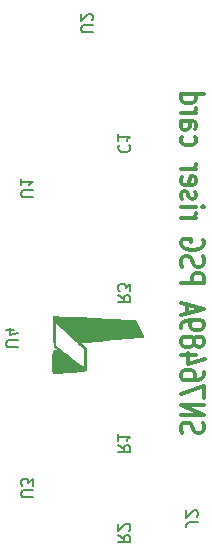
<source format=gbo>
G04 #@! TF.GenerationSoftware,KiCad,Pcbnew,(5.1.2-1)-1*
G04 #@! TF.CreationDate,2023-07-30T19:23:29+02:00*
G04 #@! TF.ProjectId,psg-riser,7073672d-7269-4736-9572-2e6b69636164,rev?*
G04 #@! TF.SameCoordinates,Original*
G04 #@! TF.FileFunction,Legend,Bot*
G04 #@! TF.FilePolarity,Positive*
%FSLAX46Y46*%
G04 Gerber Fmt 4.6, Leading zero omitted, Abs format (unit mm)*
G04 Created by KiCad (PCBNEW (5.1.2-1)-1) date 2023-07-30 19:23:29*
%MOMM*%
%LPD*%
G04 APERTURE LIST*
%ADD10C,0.300000*%
%ADD11C,0.010000*%
%ADD12C,0.150000*%
%ADD13C,0.100000*%
%ADD14O,1.702000X1.702000*%
%ADD15R,1.702000X1.702000*%
%ADD16C,1.702000*%
%ADD17O,1.802000X1.802000*%
%ADD18R,1.802000X1.802000*%
%ADD19C,1.626000*%
%ADD20C,1.302000*%
%ADD21R,1.302000X1.302000*%
G04 APERTURE END LIST*
D10*
X67770476Y-61347142D02*
X67675238Y-61132857D01*
X67675238Y-60775714D01*
X67770476Y-60632857D01*
X67865714Y-60561428D01*
X68056190Y-60490000D01*
X68246666Y-60490000D01*
X68437142Y-60561428D01*
X68532380Y-60632857D01*
X68627619Y-60775714D01*
X68722857Y-61061428D01*
X68818095Y-61204285D01*
X68913333Y-61275714D01*
X69103809Y-61347142D01*
X69294285Y-61347142D01*
X69484761Y-61275714D01*
X69580000Y-61204285D01*
X69675238Y-61061428D01*
X69675238Y-60704285D01*
X69580000Y-60490000D01*
X67675238Y-59847142D02*
X69675238Y-59847142D01*
X67675238Y-58990000D01*
X69675238Y-58990000D01*
X69675238Y-58418571D02*
X69675238Y-57418571D01*
X67675238Y-58061428D01*
X69675238Y-56204285D02*
X69675238Y-56490000D01*
X69580000Y-56632857D01*
X69484761Y-56704285D01*
X69199047Y-56847142D01*
X68818095Y-56918571D01*
X68056190Y-56918571D01*
X67865714Y-56847142D01*
X67770476Y-56775714D01*
X67675238Y-56632857D01*
X67675238Y-56347142D01*
X67770476Y-56204285D01*
X67865714Y-56132857D01*
X68056190Y-56061428D01*
X68532380Y-56061428D01*
X68722857Y-56132857D01*
X68818095Y-56204285D01*
X68913333Y-56347142D01*
X68913333Y-56632857D01*
X68818095Y-56775714D01*
X68722857Y-56847142D01*
X68532380Y-56918571D01*
X69008571Y-54775714D02*
X67675238Y-54775714D01*
X69770476Y-55132857D02*
X68341904Y-55490000D01*
X68341904Y-54561428D01*
X68818095Y-53775714D02*
X68913333Y-53918571D01*
X69008571Y-53990000D01*
X69199047Y-54061428D01*
X69294285Y-54061428D01*
X69484761Y-53990000D01*
X69580000Y-53918571D01*
X69675238Y-53775714D01*
X69675238Y-53490000D01*
X69580000Y-53347142D01*
X69484761Y-53275714D01*
X69294285Y-53204285D01*
X69199047Y-53204285D01*
X69008571Y-53275714D01*
X68913333Y-53347142D01*
X68818095Y-53490000D01*
X68818095Y-53775714D01*
X68722857Y-53918571D01*
X68627619Y-53990000D01*
X68437142Y-54061428D01*
X68056190Y-54061428D01*
X67865714Y-53990000D01*
X67770476Y-53918571D01*
X67675238Y-53775714D01*
X67675238Y-53490000D01*
X67770476Y-53347142D01*
X67865714Y-53275714D01*
X68056190Y-53204285D01*
X68437142Y-53204285D01*
X68627619Y-53275714D01*
X68722857Y-53347142D01*
X68818095Y-53490000D01*
X67675238Y-52490000D02*
X67675238Y-52204285D01*
X67770476Y-52061428D01*
X67865714Y-51990000D01*
X68151428Y-51847142D01*
X68532380Y-51775714D01*
X69294285Y-51775714D01*
X69484761Y-51847142D01*
X69580000Y-51918571D01*
X69675238Y-52061428D01*
X69675238Y-52347142D01*
X69580000Y-52490000D01*
X69484761Y-52561428D01*
X69294285Y-52632857D01*
X68818095Y-52632857D01*
X68627619Y-52561428D01*
X68532380Y-52490000D01*
X68437142Y-52347142D01*
X68437142Y-52061428D01*
X68532380Y-51918571D01*
X68627619Y-51847142D01*
X68818095Y-51775714D01*
X68246666Y-51204285D02*
X68246666Y-50490000D01*
X67675238Y-51347142D02*
X69675238Y-50847142D01*
X67675238Y-50347142D01*
X67675238Y-48704285D02*
X69675238Y-48704285D01*
X69675238Y-48132857D01*
X69580000Y-47990000D01*
X69484761Y-47918571D01*
X69294285Y-47847142D01*
X69008571Y-47847142D01*
X68818095Y-47918571D01*
X68722857Y-47990000D01*
X68627619Y-48132857D01*
X68627619Y-48704285D01*
X67770476Y-47275714D02*
X67675238Y-47061428D01*
X67675238Y-46704285D01*
X67770476Y-46561428D01*
X67865714Y-46490000D01*
X68056190Y-46418571D01*
X68246666Y-46418571D01*
X68437142Y-46490000D01*
X68532380Y-46561428D01*
X68627619Y-46704285D01*
X68722857Y-46990000D01*
X68818095Y-47132857D01*
X68913333Y-47204285D01*
X69103809Y-47275714D01*
X69294285Y-47275714D01*
X69484761Y-47204285D01*
X69580000Y-47132857D01*
X69675238Y-46990000D01*
X69675238Y-46632857D01*
X69580000Y-46418571D01*
X69580000Y-44990000D02*
X69675238Y-45132857D01*
X69675238Y-45347142D01*
X69580000Y-45561428D01*
X69389523Y-45704285D01*
X69199047Y-45775714D01*
X68818095Y-45847142D01*
X68532380Y-45847142D01*
X68151428Y-45775714D01*
X67960952Y-45704285D01*
X67770476Y-45561428D01*
X67675238Y-45347142D01*
X67675238Y-45204285D01*
X67770476Y-44990000D01*
X67865714Y-44918571D01*
X68532380Y-44918571D01*
X68532380Y-45204285D01*
X67675238Y-43132857D02*
X69008571Y-43132857D01*
X68627619Y-43132857D02*
X68818095Y-43061428D01*
X68913333Y-42990000D01*
X69008571Y-42847142D01*
X69008571Y-42704285D01*
X67675238Y-42204285D02*
X69008571Y-42204285D01*
X69675238Y-42204285D02*
X69580000Y-42275714D01*
X69484761Y-42204285D01*
X69580000Y-42132857D01*
X69675238Y-42204285D01*
X69484761Y-42204285D01*
X67770476Y-41561428D02*
X67675238Y-41418571D01*
X67675238Y-41132857D01*
X67770476Y-40990000D01*
X67960952Y-40918571D01*
X68056190Y-40918571D01*
X68246666Y-40990000D01*
X68341904Y-41132857D01*
X68341904Y-41347142D01*
X68437142Y-41490000D01*
X68627619Y-41561428D01*
X68722857Y-41561428D01*
X68913333Y-41490000D01*
X69008571Y-41347142D01*
X69008571Y-41132857D01*
X68913333Y-40990000D01*
X67770476Y-39704285D02*
X67675238Y-39847142D01*
X67675238Y-40132857D01*
X67770476Y-40275714D01*
X67960952Y-40347142D01*
X68722857Y-40347142D01*
X68913333Y-40275714D01*
X69008571Y-40132857D01*
X69008571Y-39847142D01*
X68913333Y-39704285D01*
X68722857Y-39632857D01*
X68532380Y-39632857D01*
X68341904Y-40347142D01*
X67675238Y-38990000D02*
X69008571Y-38990000D01*
X68627619Y-38990000D02*
X68818095Y-38918571D01*
X68913333Y-38847142D01*
X69008571Y-38704285D01*
X69008571Y-38561428D01*
X67770476Y-36275714D02*
X67675238Y-36418571D01*
X67675238Y-36704285D01*
X67770476Y-36847142D01*
X67865714Y-36918571D01*
X68056190Y-36990000D01*
X68627619Y-36990000D01*
X68818095Y-36918571D01*
X68913333Y-36847142D01*
X69008571Y-36704285D01*
X69008571Y-36418571D01*
X68913333Y-36275714D01*
X67675238Y-34990000D02*
X68722857Y-34990000D01*
X68913333Y-35061428D01*
X69008571Y-35204285D01*
X69008571Y-35490000D01*
X68913333Y-35632857D01*
X67770476Y-34990000D02*
X67675238Y-35132857D01*
X67675238Y-35490000D01*
X67770476Y-35632857D01*
X67960952Y-35704285D01*
X68151428Y-35704285D01*
X68341904Y-35632857D01*
X68437142Y-35490000D01*
X68437142Y-35132857D01*
X68532380Y-34990000D01*
X67675238Y-34275714D02*
X69008571Y-34275714D01*
X68627619Y-34275714D02*
X68818095Y-34204285D01*
X68913333Y-34132857D01*
X69008571Y-33990000D01*
X69008571Y-33847142D01*
X67675238Y-32704285D02*
X69675238Y-32704285D01*
X67770476Y-32704285D02*
X67675238Y-32847142D01*
X67675238Y-33132857D01*
X67770476Y-33275714D01*
X67865714Y-33347142D01*
X68056190Y-33418571D01*
X68627619Y-33418571D01*
X68818095Y-33347142D01*
X68913333Y-33275714D01*
X69008571Y-33132857D01*
X69008571Y-32847142D01*
X68913333Y-32704285D01*
D11*
G36*
X64469118Y-53137348D02*
G01*
X64378452Y-52944934D01*
X64240458Y-52671676D01*
X64157331Y-52512503D01*
X63796333Y-51828447D01*
X63119000Y-51782755D01*
X62824304Y-51764549D01*
X62398574Y-51740498D01*
X61879928Y-51712641D01*
X61306482Y-51683019D01*
X60716352Y-51653672D01*
X60621333Y-51649062D01*
X60007267Y-51619078D01*
X59380332Y-51587941D01*
X58785277Y-51557910D01*
X58266849Y-51531245D01*
X57869798Y-51510206D01*
X57848500Y-51509045D01*
X56896000Y-51457031D01*
X56896000Y-52744778D01*
X56897219Y-53239014D01*
X56903364Y-53592239D01*
X56918163Y-53832768D01*
X56945345Y-53988919D01*
X56988638Y-54089009D01*
X57051771Y-54161354D01*
X57086500Y-54191446D01*
X57277000Y-54350367D01*
X57095558Y-54353184D01*
X56978609Y-54373357D01*
X56898475Y-54447029D01*
X56848468Y-54600334D01*
X56821898Y-54859408D01*
X56812074Y-55250385D01*
X56811333Y-55463592D01*
X56814434Y-55849590D01*
X56827274Y-56096365D01*
X56855162Y-56233966D01*
X56903405Y-56292445D01*
X56959500Y-56302460D01*
X57144254Y-56293950D01*
X57453305Y-56272264D01*
X57842478Y-56241266D01*
X58267596Y-56204817D01*
X58684482Y-56166778D01*
X59048959Y-56131012D01*
X59316852Y-56101380D01*
X59414833Y-56087821D01*
X59451096Y-56081738D01*
X59451096Y-55710667D01*
X59326193Y-55659943D01*
X59101173Y-55522065D01*
X58804046Y-55318477D01*
X58462819Y-55070622D01*
X58105501Y-54799945D01*
X57760100Y-54527888D01*
X57454625Y-54275895D01*
X57217084Y-54065410D01*
X57075485Y-53917875D01*
X57048647Y-53871325D01*
X57040417Y-53736696D01*
X57038530Y-53474823D01*
X57042939Y-53127676D01*
X57049817Y-52853998D01*
X57076635Y-51964741D01*
X57896484Y-52761460D01*
X58242704Y-53094456D01*
X58586436Y-53419069D01*
X58888872Y-53699005D01*
X59111202Y-53897970D01*
X59118500Y-53904264D01*
X59520666Y-54250349D01*
X59520666Y-54980508D01*
X59513214Y-55308314D01*
X59493307Y-55559913D01*
X59464623Y-55696718D01*
X59451096Y-55710667D01*
X59451096Y-56081738D01*
X59690000Y-56041661D01*
X59690763Y-55092997D01*
X59691526Y-54144334D01*
X59422158Y-53922928D01*
X59152789Y-53701522D01*
X59696561Y-53650442D01*
X59934512Y-53628722D01*
X60310224Y-53595201D01*
X60792745Y-53552607D01*
X61351129Y-53503663D01*
X61954424Y-53451095D01*
X62357000Y-53416186D01*
X62936090Y-53365450D01*
X63456515Y-53318663D01*
X63895407Y-53277978D01*
X64229898Y-53245549D01*
X64437121Y-53223529D01*
X64495998Y-53214785D01*
X64469118Y-53137348D01*
X64469118Y-53137348D01*
G37*
X64469118Y-53137348D02*
X64378452Y-52944934D01*
X64240458Y-52671676D01*
X64157331Y-52512503D01*
X63796333Y-51828447D01*
X63119000Y-51782755D01*
X62824304Y-51764549D01*
X62398574Y-51740498D01*
X61879928Y-51712641D01*
X61306482Y-51683019D01*
X60716352Y-51653672D01*
X60621333Y-51649062D01*
X60007267Y-51619078D01*
X59380332Y-51587941D01*
X58785277Y-51557910D01*
X58266849Y-51531245D01*
X57869798Y-51510206D01*
X57848500Y-51509045D01*
X56896000Y-51457031D01*
X56896000Y-52744778D01*
X56897219Y-53239014D01*
X56903364Y-53592239D01*
X56918163Y-53832768D01*
X56945345Y-53988919D01*
X56988638Y-54089009D01*
X57051771Y-54161354D01*
X57086500Y-54191446D01*
X57277000Y-54350367D01*
X57095558Y-54353184D01*
X56978609Y-54373357D01*
X56898475Y-54447029D01*
X56848468Y-54600334D01*
X56821898Y-54859408D01*
X56812074Y-55250385D01*
X56811333Y-55463592D01*
X56814434Y-55849590D01*
X56827274Y-56096365D01*
X56855162Y-56233966D01*
X56903405Y-56292445D01*
X56959500Y-56302460D01*
X57144254Y-56293950D01*
X57453305Y-56272264D01*
X57842478Y-56241266D01*
X58267596Y-56204817D01*
X58684482Y-56166778D01*
X59048959Y-56131012D01*
X59316852Y-56101380D01*
X59414833Y-56087821D01*
X59451096Y-56081738D01*
X59451096Y-55710667D01*
X59326193Y-55659943D01*
X59101173Y-55522065D01*
X58804046Y-55318477D01*
X58462819Y-55070622D01*
X58105501Y-54799945D01*
X57760100Y-54527888D01*
X57454625Y-54275895D01*
X57217084Y-54065410D01*
X57075485Y-53917875D01*
X57048647Y-53871325D01*
X57040417Y-53736696D01*
X57038530Y-53474823D01*
X57042939Y-53127676D01*
X57049817Y-52853998D01*
X57076635Y-51964741D01*
X57896484Y-52761460D01*
X58242704Y-53094456D01*
X58586436Y-53419069D01*
X58888872Y-53699005D01*
X59111202Y-53897970D01*
X59118500Y-53904264D01*
X59520666Y-54250349D01*
X59520666Y-54980508D01*
X59513214Y-55308314D01*
X59493307Y-55559913D01*
X59464623Y-55696718D01*
X59451096Y-55710667D01*
X59451096Y-56081738D01*
X59690000Y-56041661D01*
X59690763Y-55092997D01*
X59691526Y-54144334D01*
X59422158Y-53922928D01*
X59152789Y-53701522D01*
X59696561Y-53650442D01*
X59934512Y-53628722D01*
X60310224Y-53595201D01*
X60792745Y-53552607D01*
X61351129Y-53503663D01*
X61954424Y-53451095D01*
X62357000Y-53416186D01*
X62936090Y-53365450D01*
X63456515Y-53318663D01*
X63895407Y-53277978D01*
X64229898Y-53245549D01*
X64437121Y-53223529D01*
X64495998Y-53214785D01*
X64469118Y-53137348D01*
D12*
X55157619Y-66801904D02*
X54348095Y-66801904D01*
X54252857Y-66754285D01*
X54205238Y-66706666D01*
X54157619Y-66611428D01*
X54157619Y-66420952D01*
X54205238Y-66325714D01*
X54252857Y-66278095D01*
X54348095Y-66230476D01*
X55157619Y-66230476D01*
X55157619Y-65849523D02*
X55157619Y-65230476D01*
X54776666Y-65563809D01*
X54776666Y-65420952D01*
X54729047Y-65325714D01*
X54681428Y-65278095D01*
X54586190Y-65230476D01*
X54348095Y-65230476D01*
X54252857Y-65278095D01*
X54205238Y-65325714D01*
X54157619Y-65420952D01*
X54157619Y-65706666D01*
X54205238Y-65801904D01*
X54252857Y-65849523D01*
X53887619Y-54101904D02*
X53078095Y-54101904D01*
X52982857Y-54054285D01*
X52935238Y-54006666D01*
X52887619Y-53911428D01*
X52887619Y-53720952D01*
X52935238Y-53625714D01*
X52982857Y-53578095D01*
X53078095Y-53530476D01*
X53887619Y-53530476D01*
X53554285Y-52625714D02*
X52887619Y-52625714D01*
X53935238Y-52863809D02*
X53220952Y-53101904D01*
X53220952Y-52482857D01*
X60237619Y-27431904D02*
X59428095Y-27431904D01*
X59332857Y-27384285D01*
X59285238Y-27336666D01*
X59237619Y-27241428D01*
X59237619Y-27050952D01*
X59285238Y-26955714D01*
X59332857Y-26908095D01*
X59428095Y-26860476D01*
X60237619Y-26860476D01*
X60142380Y-26431904D02*
X60190000Y-26384285D01*
X60237619Y-26289047D01*
X60237619Y-26050952D01*
X60190000Y-25955714D01*
X60142380Y-25908095D01*
X60047142Y-25860476D01*
X59951904Y-25860476D01*
X59809047Y-25908095D01*
X59237619Y-26479523D01*
X59237619Y-25860476D01*
X55157619Y-41401904D02*
X54348095Y-41401904D01*
X54252857Y-41354285D01*
X54205238Y-41306666D01*
X54157619Y-41211428D01*
X54157619Y-41020952D01*
X54205238Y-40925714D01*
X54252857Y-40878095D01*
X54348095Y-40830476D01*
X55157619Y-40830476D01*
X54157619Y-39830476D02*
X54157619Y-40401904D01*
X54157619Y-40116190D02*
X55157619Y-40116190D01*
X55014761Y-40211428D01*
X54919523Y-40306666D01*
X54871904Y-40401904D01*
X62412619Y-49696666D02*
X62888809Y-50030000D01*
X62412619Y-50268095D02*
X63412619Y-50268095D01*
X63412619Y-49887142D01*
X63365000Y-49791904D01*
X63317380Y-49744285D01*
X63222142Y-49696666D01*
X63079285Y-49696666D01*
X62984047Y-49744285D01*
X62936428Y-49791904D01*
X62888809Y-49887142D01*
X62888809Y-50268095D01*
X63412619Y-49363333D02*
X63412619Y-48744285D01*
X63031666Y-49077619D01*
X63031666Y-48934761D01*
X62984047Y-48839523D01*
X62936428Y-48791904D01*
X62841190Y-48744285D01*
X62603095Y-48744285D01*
X62507857Y-48791904D01*
X62460238Y-48839523D01*
X62412619Y-48934761D01*
X62412619Y-49220476D01*
X62460238Y-49315714D01*
X62507857Y-49363333D01*
X62412619Y-70016666D02*
X62888809Y-70350000D01*
X62412619Y-70588095D02*
X63412619Y-70588095D01*
X63412619Y-70207142D01*
X63365000Y-70111904D01*
X63317380Y-70064285D01*
X63222142Y-70016666D01*
X63079285Y-70016666D01*
X62984047Y-70064285D01*
X62936428Y-70111904D01*
X62888809Y-70207142D01*
X62888809Y-70588095D01*
X63317380Y-69635714D02*
X63365000Y-69588095D01*
X63412619Y-69492857D01*
X63412619Y-69254761D01*
X63365000Y-69159523D01*
X63317380Y-69111904D01*
X63222142Y-69064285D01*
X63126904Y-69064285D01*
X62984047Y-69111904D01*
X62412619Y-69683333D01*
X62412619Y-69064285D01*
X62412619Y-62396666D02*
X62888809Y-62730000D01*
X62412619Y-62968095D02*
X63412619Y-62968095D01*
X63412619Y-62587142D01*
X63365000Y-62491904D01*
X63317380Y-62444285D01*
X63222142Y-62396666D01*
X63079285Y-62396666D01*
X62984047Y-62444285D01*
X62936428Y-62491904D01*
X62888809Y-62587142D01*
X62888809Y-62968095D01*
X62412619Y-61444285D02*
X62412619Y-62015714D01*
X62412619Y-61730000D02*
X63412619Y-61730000D01*
X63269761Y-61825238D01*
X63174523Y-61920476D01*
X63126904Y-62015714D01*
X69127619Y-68913333D02*
X68413333Y-68913333D01*
X68270476Y-68960952D01*
X68175238Y-69056190D01*
X68127619Y-69199047D01*
X68127619Y-69294285D01*
X69032380Y-68484761D02*
X69080000Y-68437142D01*
X69127619Y-68341904D01*
X69127619Y-68103809D01*
X69080000Y-68008571D01*
X69032380Y-67960952D01*
X68937142Y-67913333D01*
X68841904Y-67913333D01*
X68699047Y-67960952D01*
X68127619Y-68532380D01*
X68127619Y-67913333D01*
X62507857Y-36996666D02*
X62460238Y-37044285D01*
X62412619Y-37187142D01*
X62412619Y-37282380D01*
X62460238Y-37425238D01*
X62555476Y-37520476D01*
X62650714Y-37568095D01*
X62841190Y-37615714D01*
X62984047Y-37615714D01*
X63174523Y-37568095D01*
X63269761Y-37520476D01*
X63365000Y-37425238D01*
X63412619Y-37282380D01*
X63412619Y-37187142D01*
X63365000Y-37044285D01*
X63317380Y-36996666D01*
X62412619Y-36044285D02*
X62412619Y-36615714D01*
X62412619Y-36330000D02*
X63412619Y-36330000D01*
X63269761Y-36425238D01*
X63174523Y-36520476D01*
X63126904Y-36615714D01*
%LPC*%
D13*
G36*
X25400000Y-22860000D02*
G01*
X25400000Y-71120000D01*
X33020000Y-71120000D01*
X33020000Y-22860000D01*
X25400000Y-22860000D01*
G37*
X25400000Y-22860000D02*
X25400000Y-71120000D01*
X33020000Y-71120000D01*
X33020000Y-22860000D01*
X25400000Y-22860000D01*
D14*
X54610000Y-69850000D03*
X36830000Y-62230000D03*
X52070000Y-69850000D03*
X39370000Y-62230000D03*
X49530000Y-69850000D03*
X41910000Y-62230000D03*
X46990000Y-69850000D03*
X44450000Y-62230000D03*
X44450000Y-69850000D03*
X46990000Y-62230000D03*
X41910000Y-69850000D03*
X49530000Y-62230000D03*
X39370000Y-69850000D03*
X52070000Y-62230000D03*
X36830000Y-69850000D03*
D15*
X54610000Y-62230000D03*
D14*
X53340000Y-57150000D03*
X38100000Y-49530000D03*
X50800000Y-57150000D03*
X40640000Y-49530000D03*
X48260000Y-57150000D03*
X43180000Y-49530000D03*
X45720000Y-57150000D03*
X45720000Y-49530000D03*
X43180000Y-57150000D03*
X48260000Y-49530000D03*
X40640000Y-57150000D03*
X50800000Y-49530000D03*
X38100000Y-57150000D03*
D15*
X53340000Y-49530000D03*
D14*
X59690000Y-31750000D03*
X36830000Y-24130000D03*
X57150000Y-31750000D03*
X39370000Y-24130000D03*
X54610000Y-31750000D03*
X41910000Y-24130000D03*
X52070000Y-31750000D03*
X44450000Y-24130000D03*
X49530000Y-31750000D03*
X46990000Y-24130000D03*
X46990000Y-31750000D03*
X49530000Y-24130000D03*
X44450000Y-31750000D03*
X52070000Y-24130000D03*
X41910000Y-31750000D03*
X54610000Y-24130000D03*
X39370000Y-31750000D03*
X57150000Y-24130000D03*
X36830000Y-31750000D03*
D15*
X59690000Y-24130000D03*
D14*
X54610000Y-44450000D03*
X36830000Y-36830000D03*
X52070000Y-44450000D03*
X39370000Y-36830000D03*
X49530000Y-44450000D03*
X41910000Y-36830000D03*
X46990000Y-44450000D03*
X44450000Y-36830000D03*
X44450000Y-44450000D03*
X46990000Y-36830000D03*
X41910000Y-44450000D03*
X49530000Y-36830000D03*
X39370000Y-44450000D03*
X52070000Y-36830000D03*
X36830000Y-44450000D03*
D15*
X54610000Y-36830000D03*
D14*
X58420000Y-49530000D03*
D16*
X60960000Y-49530000D03*
D14*
X58420000Y-69850000D03*
D16*
X60960000Y-69850000D03*
D14*
X58420000Y-62230000D03*
D16*
X60960000Y-62230000D03*
D17*
X66040000Y-60960000D03*
X71120000Y-45720000D03*
X66040000Y-43180000D03*
X71120000Y-43180000D03*
X66040000Y-40640000D03*
X71120000Y-40640000D03*
X66040000Y-38100000D03*
X71120000Y-38100000D03*
X66040000Y-35560000D03*
X71120000Y-35560000D03*
X66040000Y-33020000D03*
X71120000Y-33020000D03*
X66040000Y-30480000D03*
X71120000Y-30480000D03*
D14*
X66040000Y-27940000D03*
D17*
X71120000Y-27940000D03*
D14*
X66040000Y-25400000D03*
D17*
X71120000Y-25400000D03*
X71120000Y-58420000D03*
X71120000Y-48260000D03*
X66040000Y-45720000D03*
X71120000Y-60960000D03*
X66040000Y-58420000D03*
X71120000Y-55880000D03*
X66040000Y-53340000D03*
X71120000Y-53340000D03*
X66040000Y-50800000D03*
X71120000Y-50800000D03*
X66040000Y-48260000D03*
D18*
X66040000Y-68580000D03*
D17*
X71120000Y-63500000D03*
X66040000Y-55880000D03*
X71120000Y-68580000D03*
X71120000Y-66040000D03*
X66040000Y-63500000D03*
X66040000Y-66040000D03*
D13*
G36*
X32894344Y-24588957D02*
G01*
X32933804Y-24594811D01*
X32972501Y-24604504D01*
X33010061Y-24617943D01*
X33046123Y-24634999D01*
X33080339Y-24655508D01*
X33112381Y-24679271D01*
X33141939Y-24706061D01*
X33168729Y-24735619D01*
X33192492Y-24767661D01*
X33213001Y-24801877D01*
X33230057Y-24837939D01*
X33243496Y-24875499D01*
X33253189Y-24914196D01*
X33259043Y-24953656D01*
X33261000Y-24993500D01*
X33261000Y-25806500D01*
X33259043Y-25846344D01*
X33253189Y-25885804D01*
X33243496Y-25924501D01*
X33230057Y-25962061D01*
X33213001Y-25998123D01*
X33192492Y-26032339D01*
X33168729Y-26064381D01*
X33141939Y-26093939D01*
X33112381Y-26120729D01*
X33080339Y-26144492D01*
X33046123Y-26165001D01*
X33010061Y-26182057D01*
X32972501Y-26195496D01*
X32933804Y-26205189D01*
X32894344Y-26211043D01*
X32854500Y-26213000D01*
X25565500Y-26213000D01*
X25525656Y-26211043D01*
X25486196Y-26205189D01*
X25447499Y-26195496D01*
X25409939Y-26182057D01*
X25373877Y-26165001D01*
X25339661Y-26144492D01*
X25307619Y-26120729D01*
X25278061Y-26093939D01*
X25251271Y-26064381D01*
X25227508Y-26032339D01*
X25206999Y-25998123D01*
X25189943Y-25962061D01*
X25176504Y-25924501D01*
X25166811Y-25885804D01*
X25160957Y-25846344D01*
X25159000Y-25806500D01*
X25159000Y-24993500D01*
X25160957Y-24953656D01*
X25166811Y-24914196D01*
X25176504Y-24875499D01*
X25189943Y-24837939D01*
X25206999Y-24801877D01*
X25227508Y-24767661D01*
X25251271Y-24735619D01*
X25278061Y-24706061D01*
X25307619Y-24679271D01*
X25339661Y-24655508D01*
X25373877Y-24634999D01*
X25409939Y-24617943D01*
X25447499Y-24604504D01*
X25486196Y-24594811D01*
X25525656Y-24588957D01*
X25565500Y-24587000D01*
X32854500Y-24587000D01*
X32894344Y-24588957D01*
X32894344Y-24588957D01*
G37*
D19*
X29210000Y-25400000D03*
D13*
G36*
X32894344Y-27128957D02*
G01*
X32933804Y-27134811D01*
X32972501Y-27144504D01*
X33010061Y-27157943D01*
X33046123Y-27174999D01*
X33080339Y-27195508D01*
X33112381Y-27219271D01*
X33141939Y-27246061D01*
X33168729Y-27275619D01*
X33192492Y-27307661D01*
X33213001Y-27341877D01*
X33230057Y-27377939D01*
X33243496Y-27415499D01*
X33253189Y-27454196D01*
X33259043Y-27493656D01*
X33261000Y-27533500D01*
X33261000Y-28346500D01*
X33259043Y-28386344D01*
X33253189Y-28425804D01*
X33243496Y-28464501D01*
X33230057Y-28502061D01*
X33213001Y-28538123D01*
X33192492Y-28572339D01*
X33168729Y-28604381D01*
X33141939Y-28633939D01*
X33112381Y-28660729D01*
X33080339Y-28684492D01*
X33046123Y-28705001D01*
X33010061Y-28722057D01*
X32972501Y-28735496D01*
X32933804Y-28745189D01*
X32894344Y-28751043D01*
X32854500Y-28753000D01*
X25565500Y-28753000D01*
X25525656Y-28751043D01*
X25486196Y-28745189D01*
X25447499Y-28735496D01*
X25409939Y-28722057D01*
X25373877Y-28705001D01*
X25339661Y-28684492D01*
X25307619Y-28660729D01*
X25278061Y-28633939D01*
X25251271Y-28604381D01*
X25227508Y-28572339D01*
X25206999Y-28538123D01*
X25189943Y-28502061D01*
X25176504Y-28464501D01*
X25166811Y-28425804D01*
X25160957Y-28386344D01*
X25159000Y-28346500D01*
X25159000Y-27533500D01*
X25160957Y-27493656D01*
X25166811Y-27454196D01*
X25176504Y-27415499D01*
X25189943Y-27377939D01*
X25206999Y-27341877D01*
X25227508Y-27307661D01*
X25251271Y-27275619D01*
X25278061Y-27246061D01*
X25307619Y-27219271D01*
X25339661Y-27195508D01*
X25373877Y-27174999D01*
X25409939Y-27157943D01*
X25447499Y-27144504D01*
X25486196Y-27134811D01*
X25525656Y-27128957D01*
X25565500Y-27127000D01*
X32854500Y-27127000D01*
X32894344Y-27128957D01*
X32894344Y-27128957D01*
G37*
D19*
X29210000Y-27940000D03*
D13*
G36*
X32894344Y-29668957D02*
G01*
X32933804Y-29674811D01*
X32972501Y-29684504D01*
X33010061Y-29697943D01*
X33046123Y-29714999D01*
X33080339Y-29735508D01*
X33112381Y-29759271D01*
X33141939Y-29786061D01*
X33168729Y-29815619D01*
X33192492Y-29847661D01*
X33213001Y-29881877D01*
X33230057Y-29917939D01*
X33243496Y-29955499D01*
X33253189Y-29994196D01*
X33259043Y-30033656D01*
X33261000Y-30073500D01*
X33261000Y-30886500D01*
X33259043Y-30926344D01*
X33253189Y-30965804D01*
X33243496Y-31004501D01*
X33230057Y-31042061D01*
X33213001Y-31078123D01*
X33192492Y-31112339D01*
X33168729Y-31144381D01*
X33141939Y-31173939D01*
X33112381Y-31200729D01*
X33080339Y-31224492D01*
X33046123Y-31245001D01*
X33010061Y-31262057D01*
X32972501Y-31275496D01*
X32933804Y-31285189D01*
X32894344Y-31291043D01*
X32854500Y-31293000D01*
X25565500Y-31293000D01*
X25525656Y-31291043D01*
X25486196Y-31285189D01*
X25447499Y-31275496D01*
X25409939Y-31262057D01*
X25373877Y-31245001D01*
X25339661Y-31224492D01*
X25307619Y-31200729D01*
X25278061Y-31173939D01*
X25251271Y-31144381D01*
X25227508Y-31112339D01*
X25206999Y-31078123D01*
X25189943Y-31042061D01*
X25176504Y-31004501D01*
X25166811Y-30965804D01*
X25160957Y-30926344D01*
X25159000Y-30886500D01*
X25159000Y-30073500D01*
X25160957Y-30033656D01*
X25166811Y-29994196D01*
X25176504Y-29955499D01*
X25189943Y-29917939D01*
X25206999Y-29881877D01*
X25227508Y-29847661D01*
X25251271Y-29815619D01*
X25278061Y-29786061D01*
X25307619Y-29759271D01*
X25339661Y-29735508D01*
X25373877Y-29714999D01*
X25409939Y-29697943D01*
X25447499Y-29684504D01*
X25486196Y-29674811D01*
X25525656Y-29668957D01*
X25565500Y-29667000D01*
X32854500Y-29667000D01*
X32894344Y-29668957D01*
X32894344Y-29668957D01*
G37*
D19*
X29210000Y-30480000D03*
D13*
G36*
X32894344Y-32208957D02*
G01*
X32933804Y-32214811D01*
X32972501Y-32224504D01*
X33010061Y-32237943D01*
X33046123Y-32254999D01*
X33080339Y-32275508D01*
X33112381Y-32299271D01*
X33141939Y-32326061D01*
X33168729Y-32355619D01*
X33192492Y-32387661D01*
X33213001Y-32421877D01*
X33230057Y-32457939D01*
X33243496Y-32495499D01*
X33253189Y-32534196D01*
X33259043Y-32573656D01*
X33261000Y-32613500D01*
X33261000Y-33426500D01*
X33259043Y-33466344D01*
X33253189Y-33505804D01*
X33243496Y-33544501D01*
X33230057Y-33582061D01*
X33213001Y-33618123D01*
X33192492Y-33652339D01*
X33168729Y-33684381D01*
X33141939Y-33713939D01*
X33112381Y-33740729D01*
X33080339Y-33764492D01*
X33046123Y-33785001D01*
X33010061Y-33802057D01*
X32972501Y-33815496D01*
X32933804Y-33825189D01*
X32894344Y-33831043D01*
X32854500Y-33833000D01*
X25565500Y-33833000D01*
X25525656Y-33831043D01*
X25486196Y-33825189D01*
X25447499Y-33815496D01*
X25409939Y-33802057D01*
X25373877Y-33785001D01*
X25339661Y-33764492D01*
X25307619Y-33740729D01*
X25278061Y-33713939D01*
X25251271Y-33684381D01*
X25227508Y-33652339D01*
X25206999Y-33618123D01*
X25189943Y-33582061D01*
X25176504Y-33544501D01*
X25166811Y-33505804D01*
X25160957Y-33466344D01*
X25159000Y-33426500D01*
X25159000Y-32613500D01*
X25160957Y-32573656D01*
X25166811Y-32534196D01*
X25176504Y-32495499D01*
X25189943Y-32457939D01*
X25206999Y-32421877D01*
X25227508Y-32387661D01*
X25251271Y-32355619D01*
X25278061Y-32326061D01*
X25307619Y-32299271D01*
X25339661Y-32275508D01*
X25373877Y-32254999D01*
X25409939Y-32237943D01*
X25447499Y-32224504D01*
X25486196Y-32214811D01*
X25525656Y-32208957D01*
X25565500Y-32207000D01*
X32854500Y-32207000D01*
X32894344Y-32208957D01*
X32894344Y-32208957D01*
G37*
D19*
X29210000Y-33020000D03*
D13*
G36*
X32894344Y-34748957D02*
G01*
X32933804Y-34754811D01*
X32972501Y-34764504D01*
X33010061Y-34777943D01*
X33046123Y-34794999D01*
X33080339Y-34815508D01*
X33112381Y-34839271D01*
X33141939Y-34866061D01*
X33168729Y-34895619D01*
X33192492Y-34927661D01*
X33213001Y-34961877D01*
X33230057Y-34997939D01*
X33243496Y-35035499D01*
X33253189Y-35074196D01*
X33259043Y-35113656D01*
X33261000Y-35153500D01*
X33261000Y-35966500D01*
X33259043Y-36006344D01*
X33253189Y-36045804D01*
X33243496Y-36084501D01*
X33230057Y-36122061D01*
X33213001Y-36158123D01*
X33192492Y-36192339D01*
X33168729Y-36224381D01*
X33141939Y-36253939D01*
X33112381Y-36280729D01*
X33080339Y-36304492D01*
X33046123Y-36325001D01*
X33010061Y-36342057D01*
X32972501Y-36355496D01*
X32933804Y-36365189D01*
X32894344Y-36371043D01*
X32854500Y-36373000D01*
X25565500Y-36373000D01*
X25525656Y-36371043D01*
X25486196Y-36365189D01*
X25447499Y-36355496D01*
X25409939Y-36342057D01*
X25373877Y-36325001D01*
X25339661Y-36304492D01*
X25307619Y-36280729D01*
X25278061Y-36253939D01*
X25251271Y-36224381D01*
X25227508Y-36192339D01*
X25206999Y-36158123D01*
X25189943Y-36122061D01*
X25176504Y-36084501D01*
X25166811Y-36045804D01*
X25160957Y-36006344D01*
X25159000Y-35966500D01*
X25159000Y-35153500D01*
X25160957Y-35113656D01*
X25166811Y-35074196D01*
X25176504Y-35035499D01*
X25189943Y-34997939D01*
X25206999Y-34961877D01*
X25227508Y-34927661D01*
X25251271Y-34895619D01*
X25278061Y-34866061D01*
X25307619Y-34839271D01*
X25339661Y-34815508D01*
X25373877Y-34794999D01*
X25409939Y-34777943D01*
X25447499Y-34764504D01*
X25486196Y-34754811D01*
X25525656Y-34748957D01*
X25565500Y-34747000D01*
X32854500Y-34747000D01*
X32894344Y-34748957D01*
X32894344Y-34748957D01*
G37*
D19*
X29210000Y-35560000D03*
D13*
G36*
X32894344Y-37288957D02*
G01*
X32933804Y-37294811D01*
X32972501Y-37304504D01*
X33010061Y-37317943D01*
X33046123Y-37334999D01*
X33080339Y-37355508D01*
X33112381Y-37379271D01*
X33141939Y-37406061D01*
X33168729Y-37435619D01*
X33192492Y-37467661D01*
X33213001Y-37501877D01*
X33230057Y-37537939D01*
X33243496Y-37575499D01*
X33253189Y-37614196D01*
X33259043Y-37653656D01*
X33261000Y-37693500D01*
X33261000Y-38506500D01*
X33259043Y-38546344D01*
X33253189Y-38585804D01*
X33243496Y-38624501D01*
X33230057Y-38662061D01*
X33213001Y-38698123D01*
X33192492Y-38732339D01*
X33168729Y-38764381D01*
X33141939Y-38793939D01*
X33112381Y-38820729D01*
X33080339Y-38844492D01*
X33046123Y-38865001D01*
X33010061Y-38882057D01*
X32972501Y-38895496D01*
X32933804Y-38905189D01*
X32894344Y-38911043D01*
X32854500Y-38913000D01*
X25565500Y-38913000D01*
X25525656Y-38911043D01*
X25486196Y-38905189D01*
X25447499Y-38895496D01*
X25409939Y-38882057D01*
X25373877Y-38865001D01*
X25339661Y-38844492D01*
X25307619Y-38820729D01*
X25278061Y-38793939D01*
X25251271Y-38764381D01*
X25227508Y-38732339D01*
X25206999Y-38698123D01*
X25189943Y-38662061D01*
X25176504Y-38624501D01*
X25166811Y-38585804D01*
X25160957Y-38546344D01*
X25159000Y-38506500D01*
X25159000Y-37693500D01*
X25160957Y-37653656D01*
X25166811Y-37614196D01*
X25176504Y-37575499D01*
X25189943Y-37537939D01*
X25206999Y-37501877D01*
X25227508Y-37467661D01*
X25251271Y-37435619D01*
X25278061Y-37406061D01*
X25307619Y-37379271D01*
X25339661Y-37355508D01*
X25373877Y-37334999D01*
X25409939Y-37317943D01*
X25447499Y-37304504D01*
X25486196Y-37294811D01*
X25525656Y-37288957D01*
X25565500Y-37287000D01*
X32854500Y-37287000D01*
X32894344Y-37288957D01*
X32894344Y-37288957D01*
G37*
D19*
X29210000Y-38100000D03*
D13*
G36*
X32894344Y-39828957D02*
G01*
X32933804Y-39834811D01*
X32972501Y-39844504D01*
X33010061Y-39857943D01*
X33046123Y-39874999D01*
X33080339Y-39895508D01*
X33112381Y-39919271D01*
X33141939Y-39946061D01*
X33168729Y-39975619D01*
X33192492Y-40007661D01*
X33213001Y-40041877D01*
X33230057Y-40077939D01*
X33243496Y-40115499D01*
X33253189Y-40154196D01*
X33259043Y-40193656D01*
X33261000Y-40233500D01*
X33261000Y-41046500D01*
X33259043Y-41086344D01*
X33253189Y-41125804D01*
X33243496Y-41164501D01*
X33230057Y-41202061D01*
X33213001Y-41238123D01*
X33192492Y-41272339D01*
X33168729Y-41304381D01*
X33141939Y-41333939D01*
X33112381Y-41360729D01*
X33080339Y-41384492D01*
X33046123Y-41405001D01*
X33010061Y-41422057D01*
X32972501Y-41435496D01*
X32933804Y-41445189D01*
X32894344Y-41451043D01*
X32854500Y-41453000D01*
X25565500Y-41453000D01*
X25525656Y-41451043D01*
X25486196Y-41445189D01*
X25447499Y-41435496D01*
X25409939Y-41422057D01*
X25373877Y-41405001D01*
X25339661Y-41384492D01*
X25307619Y-41360729D01*
X25278061Y-41333939D01*
X25251271Y-41304381D01*
X25227508Y-41272339D01*
X25206999Y-41238123D01*
X25189943Y-41202061D01*
X25176504Y-41164501D01*
X25166811Y-41125804D01*
X25160957Y-41086344D01*
X25159000Y-41046500D01*
X25159000Y-40233500D01*
X25160957Y-40193656D01*
X25166811Y-40154196D01*
X25176504Y-40115499D01*
X25189943Y-40077939D01*
X25206999Y-40041877D01*
X25227508Y-40007661D01*
X25251271Y-39975619D01*
X25278061Y-39946061D01*
X25307619Y-39919271D01*
X25339661Y-39895508D01*
X25373877Y-39874999D01*
X25409939Y-39857943D01*
X25447499Y-39844504D01*
X25486196Y-39834811D01*
X25525656Y-39828957D01*
X25565500Y-39827000D01*
X32854500Y-39827000D01*
X32894344Y-39828957D01*
X32894344Y-39828957D01*
G37*
D19*
X29210000Y-40640000D03*
D13*
G36*
X32894344Y-42368957D02*
G01*
X32933804Y-42374811D01*
X32972501Y-42384504D01*
X33010061Y-42397943D01*
X33046123Y-42414999D01*
X33080339Y-42435508D01*
X33112381Y-42459271D01*
X33141939Y-42486061D01*
X33168729Y-42515619D01*
X33192492Y-42547661D01*
X33213001Y-42581877D01*
X33230057Y-42617939D01*
X33243496Y-42655499D01*
X33253189Y-42694196D01*
X33259043Y-42733656D01*
X33261000Y-42773500D01*
X33261000Y-43586500D01*
X33259043Y-43626344D01*
X33253189Y-43665804D01*
X33243496Y-43704501D01*
X33230057Y-43742061D01*
X33213001Y-43778123D01*
X33192492Y-43812339D01*
X33168729Y-43844381D01*
X33141939Y-43873939D01*
X33112381Y-43900729D01*
X33080339Y-43924492D01*
X33046123Y-43945001D01*
X33010061Y-43962057D01*
X32972501Y-43975496D01*
X32933804Y-43985189D01*
X32894344Y-43991043D01*
X32854500Y-43993000D01*
X25565500Y-43993000D01*
X25525656Y-43991043D01*
X25486196Y-43985189D01*
X25447499Y-43975496D01*
X25409939Y-43962057D01*
X25373877Y-43945001D01*
X25339661Y-43924492D01*
X25307619Y-43900729D01*
X25278061Y-43873939D01*
X25251271Y-43844381D01*
X25227508Y-43812339D01*
X25206999Y-43778123D01*
X25189943Y-43742061D01*
X25176504Y-43704501D01*
X25166811Y-43665804D01*
X25160957Y-43626344D01*
X25159000Y-43586500D01*
X25159000Y-42773500D01*
X25160957Y-42733656D01*
X25166811Y-42694196D01*
X25176504Y-42655499D01*
X25189943Y-42617939D01*
X25206999Y-42581877D01*
X25227508Y-42547661D01*
X25251271Y-42515619D01*
X25278061Y-42486061D01*
X25307619Y-42459271D01*
X25339661Y-42435508D01*
X25373877Y-42414999D01*
X25409939Y-42397943D01*
X25447499Y-42384504D01*
X25486196Y-42374811D01*
X25525656Y-42368957D01*
X25565500Y-42367000D01*
X32854500Y-42367000D01*
X32894344Y-42368957D01*
X32894344Y-42368957D01*
G37*
D19*
X29210000Y-43180000D03*
D13*
G36*
X32894344Y-44908957D02*
G01*
X32933804Y-44914811D01*
X32972501Y-44924504D01*
X33010061Y-44937943D01*
X33046123Y-44954999D01*
X33080339Y-44975508D01*
X33112381Y-44999271D01*
X33141939Y-45026061D01*
X33168729Y-45055619D01*
X33192492Y-45087661D01*
X33213001Y-45121877D01*
X33230057Y-45157939D01*
X33243496Y-45195499D01*
X33253189Y-45234196D01*
X33259043Y-45273656D01*
X33261000Y-45313500D01*
X33261000Y-46126500D01*
X33259043Y-46166344D01*
X33253189Y-46205804D01*
X33243496Y-46244501D01*
X33230057Y-46282061D01*
X33213001Y-46318123D01*
X33192492Y-46352339D01*
X33168729Y-46384381D01*
X33141939Y-46413939D01*
X33112381Y-46440729D01*
X33080339Y-46464492D01*
X33046123Y-46485001D01*
X33010061Y-46502057D01*
X32972501Y-46515496D01*
X32933804Y-46525189D01*
X32894344Y-46531043D01*
X32854500Y-46533000D01*
X25565500Y-46533000D01*
X25525656Y-46531043D01*
X25486196Y-46525189D01*
X25447499Y-46515496D01*
X25409939Y-46502057D01*
X25373877Y-46485001D01*
X25339661Y-46464492D01*
X25307619Y-46440729D01*
X25278061Y-46413939D01*
X25251271Y-46384381D01*
X25227508Y-46352339D01*
X25206999Y-46318123D01*
X25189943Y-46282061D01*
X25176504Y-46244501D01*
X25166811Y-46205804D01*
X25160957Y-46166344D01*
X25159000Y-46126500D01*
X25159000Y-45313500D01*
X25160957Y-45273656D01*
X25166811Y-45234196D01*
X25176504Y-45195499D01*
X25189943Y-45157939D01*
X25206999Y-45121877D01*
X25227508Y-45087661D01*
X25251271Y-45055619D01*
X25278061Y-45026061D01*
X25307619Y-44999271D01*
X25339661Y-44975508D01*
X25373877Y-44954999D01*
X25409939Y-44937943D01*
X25447499Y-44924504D01*
X25486196Y-44914811D01*
X25525656Y-44908957D01*
X25565500Y-44907000D01*
X32854500Y-44907000D01*
X32894344Y-44908957D01*
X32894344Y-44908957D01*
G37*
D19*
X29210000Y-45720000D03*
D13*
G36*
X32894344Y-47448957D02*
G01*
X32933804Y-47454811D01*
X32972501Y-47464504D01*
X33010061Y-47477943D01*
X33046123Y-47494999D01*
X33080339Y-47515508D01*
X33112381Y-47539271D01*
X33141939Y-47566061D01*
X33168729Y-47595619D01*
X33192492Y-47627661D01*
X33213001Y-47661877D01*
X33230057Y-47697939D01*
X33243496Y-47735499D01*
X33253189Y-47774196D01*
X33259043Y-47813656D01*
X33261000Y-47853500D01*
X33261000Y-48666500D01*
X33259043Y-48706344D01*
X33253189Y-48745804D01*
X33243496Y-48784501D01*
X33230057Y-48822061D01*
X33213001Y-48858123D01*
X33192492Y-48892339D01*
X33168729Y-48924381D01*
X33141939Y-48953939D01*
X33112381Y-48980729D01*
X33080339Y-49004492D01*
X33046123Y-49025001D01*
X33010061Y-49042057D01*
X32972501Y-49055496D01*
X32933804Y-49065189D01*
X32894344Y-49071043D01*
X32854500Y-49073000D01*
X25565500Y-49073000D01*
X25525656Y-49071043D01*
X25486196Y-49065189D01*
X25447499Y-49055496D01*
X25409939Y-49042057D01*
X25373877Y-49025001D01*
X25339661Y-49004492D01*
X25307619Y-48980729D01*
X25278061Y-48953939D01*
X25251271Y-48924381D01*
X25227508Y-48892339D01*
X25206999Y-48858123D01*
X25189943Y-48822061D01*
X25176504Y-48784501D01*
X25166811Y-48745804D01*
X25160957Y-48706344D01*
X25159000Y-48666500D01*
X25159000Y-47853500D01*
X25160957Y-47813656D01*
X25166811Y-47774196D01*
X25176504Y-47735499D01*
X25189943Y-47697939D01*
X25206999Y-47661877D01*
X25227508Y-47627661D01*
X25251271Y-47595619D01*
X25278061Y-47566061D01*
X25307619Y-47539271D01*
X25339661Y-47515508D01*
X25373877Y-47494999D01*
X25409939Y-47477943D01*
X25447499Y-47464504D01*
X25486196Y-47454811D01*
X25525656Y-47448957D01*
X25565500Y-47447000D01*
X32854500Y-47447000D01*
X32894344Y-47448957D01*
X32894344Y-47448957D01*
G37*
D19*
X29210000Y-48260000D03*
D13*
G36*
X32894344Y-49988957D02*
G01*
X32933804Y-49994811D01*
X32972501Y-50004504D01*
X33010061Y-50017943D01*
X33046123Y-50034999D01*
X33080339Y-50055508D01*
X33112381Y-50079271D01*
X33141939Y-50106061D01*
X33168729Y-50135619D01*
X33192492Y-50167661D01*
X33213001Y-50201877D01*
X33230057Y-50237939D01*
X33243496Y-50275499D01*
X33253189Y-50314196D01*
X33259043Y-50353656D01*
X33261000Y-50393500D01*
X33261000Y-51206500D01*
X33259043Y-51246344D01*
X33253189Y-51285804D01*
X33243496Y-51324501D01*
X33230057Y-51362061D01*
X33213001Y-51398123D01*
X33192492Y-51432339D01*
X33168729Y-51464381D01*
X33141939Y-51493939D01*
X33112381Y-51520729D01*
X33080339Y-51544492D01*
X33046123Y-51565001D01*
X33010061Y-51582057D01*
X32972501Y-51595496D01*
X32933804Y-51605189D01*
X32894344Y-51611043D01*
X32854500Y-51613000D01*
X25565500Y-51613000D01*
X25525656Y-51611043D01*
X25486196Y-51605189D01*
X25447499Y-51595496D01*
X25409939Y-51582057D01*
X25373877Y-51565001D01*
X25339661Y-51544492D01*
X25307619Y-51520729D01*
X25278061Y-51493939D01*
X25251271Y-51464381D01*
X25227508Y-51432339D01*
X25206999Y-51398123D01*
X25189943Y-51362061D01*
X25176504Y-51324501D01*
X25166811Y-51285804D01*
X25160957Y-51246344D01*
X25159000Y-51206500D01*
X25159000Y-50393500D01*
X25160957Y-50353656D01*
X25166811Y-50314196D01*
X25176504Y-50275499D01*
X25189943Y-50237939D01*
X25206999Y-50201877D01*
X25227508Y-50167661D01*
X25251271Y-50135619D01*
X25278061Y-50106061D01*
X25307619Y-50079271D01*
X25339661Y-50055508D01*
X25373877Y-50034999D01*
X25409939Y-50017943D01*
X25447499Y-50004504D01*
X25486196Y-49994811D01*
X25525656Y-49988957D01*
X25565500Y-49987000D01*
X32854500Y-49987000D01*
X32894344Y-49988957D01*
X32894344Y-49988957D01*
G37*
D19*
X29210000Y-50800000D03*
D13*
G36*
X32894344Y-52528957D02*
G01*
X32933804Y-52534811D01*
X32972501Y-52544504D01*
X33010061Y-52557943D01*
X33046123Y-52574999D01*
X33080339Y-52595508D01*
X33112381Y-52619271D01*
X33141939Y-52646061D01*
X33168729Y-52675619D01*
X33192492Y-52707661D01*
X33213001Y-52741877D01*
X33230057Y-52777939D01*
X33243496Y-52815499D01*
X33253189Y-52854196D01*
X33259043Y-52893656D01*
X33261000Y-52933500D01*
X33261000Y-53746500D01*
X33259043Y-53786344D01*
X33253189Y-53825804D01*
X33243496Y-53864501D01*
X33230057Y-53902061D01*
X33213001Y-53938123D01*
X33192492Y-53972339D01*
X33168729Y-54004381D01*
X33141939Y-54033939D01*
X33112381Y-54060729D01*
X33080339Y-54084492D01*
X33046123Y-54105001D01*
X33010061Y-54122057D01*
X32972501Y-54135496D01*
X32933804Y-54145189D01*
X32894344Y-54151043D01*
X32854500Y-54153000D01*
X25565500Y-54153000D01*
X25525656Y-54151043D01*
X25486196Y-54145189D01*
X25447499Y-54135496D01*
X25409939Y-54122057D01*
X25373877Y-54105001D01*
X25339661Y-54084492D01*
X25307619Y-54060729D01*
X25278061Y-54033939D01*
X25251271Y-54004381D01*
X25227508Y-53972339D01*
X25206999Y-53938123D01*
X25189943Y-53902061D01*
X25176504Y-53864501D01*
X25166811Y-53825804D01*
X25160957Y-53786344D01*
X25159000Y-53746500D01*
X25159000Y-52933500D01*
X25160957Y-52893656D01*
X25166811Y-52854196D01*
X25176504Y-52815499D01*
X25189943Y-52777939D01*
X25206999Y-52741877D01*
X25227508Y-52707661D01*
X25251271Y-52675619D01*
X25278061Y-52646061D01*
X25307619Y-52619271D01*
X25339661Y-52595508D01*
X25373877Y-52574999D01*
X25409939Y-52557943D01*
X25447499Y-52544504D01*
X25486196Y-52534811D01*
X25525656Y-52528957D01*
X25565500Y-52527000D01*
X32854500Y-52527000D01*
X32894344Y-52528957D01*
X32894344Y-52528957D01*
G37*
D19*
X29210000Y-53340000D03*
D13*
G36*
X32894344Y-55068957D02*
G01*
X32933804Y-55074811D01*
X32972501Y-55084504D01*
X33010061Y-55097943D01*
X33046123Y-55114999D01*
X33080339Y-55135508D01*
X33112381Y-55159271D01*
X33141939Y-55186061D01*
X33168729Y-55215619D01*
X33192492Y-55247661D01*
X33213001Y-55281877D01*
X33230057Y-55317939D01*
X33243496Y-55355499D01*
X33253189Y-55394196D01*
X33259043Y-55433656D01*
X33261000Y-55473500D01*
X33261000Y-56286500D01*
X33259043Y-56326344D01*
X33253189Y-56365804D01*
X33243496Y-56404501D01*
X33230057Y-56442061D01*
X33213001Y-56478123D01*
X33192492Y-56512339D01*
X33168729Y-56544381D01*
X33141939Y-56573939D01*
X33112381Y-56600729D01*
X33080339Y-56624492D01*
X33046123Y-56645001D01*
X33010061Y-56662057D01*
X32972501Y-56675496D01*
X32933804Y-56685189D01*
X32894344Y-56691043D01*
X32854500Y-56693000D01*
X25565500Y-56693000D01*
X25525656Y-56691043D01*
X25486196Y-56685189D01*
X25447499Y-56675496D01*
X25409939Y-56662057D01*
X25373877Y-56645001D01*
X25339661Y-56624492D01*
X25307619Y-56600729D01*
X25278061Y-56573939D01*
X25251271Y-56544381D01*
X25227508Y-56512339D01*
X25206999Y-56478123D01*
X25189943Y-56442061D01*
X25176504Y-56404501D01*
X25166811Y-56365804D01*
X25160957Y-56326344D01*
X25159000Y-56286500D01*
X25159000Y-55473500D01*
X25160957Y-55433656D01*
X25166811Y-55394196D01*
X25176504Y-55355499D01*
X25189943Y-55317939D01*
X25206999Y-55281877D01*
X25227508Y-55247661D01*
X25251271Y-55215619D01*
X25278061Y-55186061D01*
X25307619Y-55159271D01*
X25339661Y-55135508D01*
X25373877Y-55114999D01*
X25409939Y-55097943D01*
X25447499Y-55084504D01*
X25486196Y-55074811D01*
X25525656Y-55068957D01*
X25565500Y-55067000D01*
X32854500Y-55067000D01*
X32894344Y-55068957D01*
X32894344Y-55068957D01*
G37*
D19*
X29210000Y-55880000D03*
D13*
G36*
X32894344Y-57608957D02*
G01*
X32933804Y-57614811D01*
X32972501Y-57624504D01*
X33010061Y-57637943D01*
X33046123Y-57654999D01*
X33080339Y-57675508D01*
X33112381Y-57699271D01*
X33141939Y-57726061D01*
X33168729Y-57755619D01*
X33192492Y-57787661D01*
X33213001Y-57821877D01*
X33230057Y-57857939D01*
X33243496Y-57895499D01*
X33253189Y-57934196D01*
X33259043Y-57973656D01*
X33261000Y-58013500D01*
X33261000Y-58826500D01*
X33259043Y-58866344D01*
X33253189Y-58905804D01*
X33243496Y-58944501D01*
X33230057Y-58982061D01*
X33213001Y-59018123D01*
X33192492Y-59052339D01*
X33168729Y-59084381D01*
X33141939Y-59113939D01*
X33112381Y-59140729D01*
X33080339Y-59164492D01*
X33046123Y-59185001D01*
X33010061Y-59202057D01*
X32972501Y-59215496D01*
X32933804Y-59225189D01*
X32894344Y-59231043D01*
X32854500Y-59233000D01*
X25565500Y-59233000D01*
X25525656Y-59231043D01*
X25486196Y-59225189D01*
X25447499Y-59215496D01*
X25409939Y-59202057D01*
X25373877Y-59185001D01*
X25339661Y-59164492D01*
X25307619Y-59140729D01*
X25278061Y-59113939D01*
X25251271Y-59084381D01*
X25227508Y-59052339D01*
X25206999Y-59018123D01*
X25189943Y-58982061D01*
X25176504Y-58944501D01*
X25166811Y-58905804D01*
X25160957Y-58866344D01*
X25159000Y-58826500D01*
X25159000Y-58013500D01*
X25160957Y-57973656D01*
X25166811Y-57934196D01*
X25176504Y-57895499D01*
X25189943Y-57857939D01*
X25206999Y-57821877D01*
X25227508Y-57787661D01*
X25251271Y-57755619D01*
X25278061Y-57726061D01*
X25307619Y-57699271D01*
X25339661Y-57675508D01*
X25373877Y-57654999D01*
X25409939Y-57637943D01*
X25447499Y-57624504D01*
X25486196Y-57614811D01*
X25525656Y-57608957D01*
X25565500Y-57607000D01*
X32854500Y-57607000D01*
X32894344Y-57608957D01*
X32894344Y-57608957D01*
G37*
D19*
X29210000Y-58420000D03*
D13*
G36*
X32894344Y-60148957D02*
G01*
X32933804Y-60154811D01*
X32972501Y-60164504D01*
X33010061Y-60177943D01*
X33046123Y-60194999D01*
X33080339Y-60215508D01*
X33112381Y-60239271D01*
X33141939Y-60266061D01*
X33168729Y-60295619D01*
X33192492Y-60327661D01*
X33213001Y-60361877D01*
X33230057Y-60397939D01*
X33243496Y-60435499D01*
X33253189Y-60474196D01*
X33259043Y-60513656D01*
X33261000Y-60553500D01*
X33261000Y-61366500D01*
X33259043Y-61406344D01*
X33253189Y-61445804D01*
X33243496Y-61484501D01*
X33230057Y-61522061D01*
X33213001Y-61558123D01*
X33192492Y-61592339D01*
X33168729Y-61624381D01*
X33141939Y-61653939D01*
X33112381Y-61680729D01*
X33080339Y-61704492D01*
X33046123Y-61725001D01*
X33010061Y-61742057D01*
X32972501Y-61755496D01*
X32933804Y-61765189D01*
X32894344Y-61771043D01*
X32854500Y-61773000D01*
X25565500Y-61773000D01*
X25525656Y-61771043D01*
X25486196Y-61765189D01*
X25447499Y-61755496D01*
X25409939Y-61742057D01*
X25373877Y-61725001D01*
X25339661Y-61704492D01*
X25307619Y-61680729D01*
X25278061Y-61653939D01*
X25251271Y-61624381D01*
X25227508Y-61592339D01*
X25206999Y-61558123D01*
X25189943Y-61522061D01*
X25176504Y-61484501D01*
X25166811Y-61445804D01*
X25160957Y-61406344D01*
X25159000Y-61366500D01*
X25159000Y-60553500D01*
X25160957Y-60513656D01*
X25166811Y-60474196D01*
X25176504Y-60435499D01*
X25189943Y-60397939D01*
X25206999Y-60361877D01*
X25227508Y-60327661D01*
X25251271Y-60295619D01*
X25278061Y-60266061D01*
X25307619Y-60239271D01*
X25339661Y-60215508D01*
X25373877Y-60194999D01*
X25409939Y-60177943D01*
X25447499Y-60164504D01*
X25486196Y-60154811D01*
X25525656Y-60148957D01*
X25565500Y-60147000D01*
X32854500Y-60147000D01*
X32894344Y-60148957D01*
X32894344Y-60148957D01*
G37*
D19*
X29210000Y-60960000D03*
D13*
G36*
X32894344Y-65228957D02*
G01*
X32933804Y-65234811D01*
X32972501Y-65244504D01*
X33010061Y-65257943D01*
X33046123Y-65274999D01*
X33080339Y-65295508D01*
X33112381Y-65319271D01*
X33141939Y-65346061D01*
X33168729Y-65375619D01*
X33192492Y-65407661D01*
X33213001Y-65441877D01*
X33230057Y-65477939D01*
X33243496Y-65515499D01*
X33253189Y-65554196D01*
X33259043Y-65593656D01*
X33261000Y-65633500D01*
X33261000Y-66446500D01*
X33259043Y-66486344D01*
X33253189Y-66525804D01*
X33243496Y-66564501D01*
X33230057Y-66602061D01*
X33213001Y-66638123D01*
X33192492Y-66672339D01*
X33168729Y-66704381D01*
X33141939Y-66733939D01*
X33112381Y-66760729D01*
X33080339Y-66784492D01*
X33046123Y-66805001D01*
X33010061Y-66822057D01*
X32972501Y-66835496D01*
X32933804Y-66845189D01*
X32894344Y-66851043D01*
X32854500Y-66853000D01*
X25565500Y-66853000D01*
X25525656Y-66851043D01*
X25486196Y-66845189D01*
X25447499Y-66835496D01*
X25409939Y-66822057D01*
X25373877Y-66805001D01*
X25339661Y-66784492D01*
X25307619Y-66760729D01*
X25278061Y-66733939D01*
X25251271Y-66704381D01*
X25227508Y-66672339D01*
X25206999Y-66638123D01*
X25189943Y-66602061D01*
X25176504Y-66564501D01*
X25166811Y-66525804D01*
X25160957Y-66486344D01*
X25159000Y-66446500D01*
X25159000Y-65633500D01*
X25160957Y-65593656D01*
X25166811Y-65554196D01*
X25176504Y-65515499D01*
X25189943Y-65477939D01*
X25206999Y-65441877D01*
X25227508Y-65407661D01*
X25251271Y-65375619D01*
X25278061Y-65346061D01*
X25307619Y-65319271D01*
X25339661Y-65295508D01*
X25373877Y-65274999D01*
X25409939Y-65257943D01*
X25447499Y-65244504D01*
X25486196Y-65234811D01*
X25525656Y-65228957D01*
X25565500Y-65227000D01*
X32854500Y-65227000D01*
X32894344Y-65228957D01*
X32894344Y-65228957D01*
G37*
D19*
X29210000Y-66040000D03*
D13*
G36*
X32894344Y-67768957D02*
G01*
X32933804Y-67774811D01*
X32972501Y-67784504D01*
X33010061Y-67797943D01*
X33046123Y-67814999D01*
X33080339Y-67835508D01*
X33112381Y-67859271D01*
X33141939Y-67886061D01*
X33168729Y-67915619D01*
X33192492Y-67947661D01*
X33213001Y-67981877D01*
X33230057Y-68017939D01*
X33243496Y-68055499D01*
X33253189Y-68094196D01*
X33259043Y-68133656D01*
X33261000Y-68173500D01*
X33261000Y-68986500D01*
X33259043Y-69026344D01*
X33253189Y-69065804D01*
X33243496Y-69104501D01*
X33230057Y-69142061D01*
X33213001Y-69178123D01*
X33192492Y-69212339D01*
X33168729Y-69244381D01*
X33141939Y-69273939D01*
X33112381Y-69300729D01*
X33080339Y-69324492D01*
X33046123Y-69345001D01*
X33010061Y-69362057D01*
X32972501Y-69375496D01*
X32933804Y-69385189D01*
X32894344Y-69391043D01*
X32854500Y-69393000D01*
X25565500Y-69393000D01*
X25525656Y-69391043D01*
X25486196Y-69385189D01*
X25447499Y-69375496D01*
X25409939Y-69362057D01*
X25373877Y-69345001D01*
X25339661Y-69324492D01*
X25307619Y-69300729D01*
X25278061Y-69273939D01*
X25251271Y-69244381D01*
X25227508Y-69212339D01*
X25206999Y-69178123D01*
X25189943Y-69142061D01*
X25176504Y-69104501D01*
X25166811Y-69065804D01*
X25160957Y-69026344D01*
X25159000Y-68986500D01*
X25159000Y-68173500D01*
X25160957Y-68133656D01*
X25166811Y-68094196D01*
X25176504Y-68055499D01*
X25189943Y-68017939D01*
X25206999Y-67981877D01*
X25227508Y-67947661D01*
X25251271Y-67915619D01*
X25278061Y-67886061D01*
X25307619Y-67859271D01*
X25339661Y-67835508D01*
X25373877Y-67814999D01*
X25409939Y-67797943D01*
X25447499Y-67784504D01*
X25486196Y-67774811D01*
X25525656Y-67768957D01*
X25565500Y-67767000D01*
X32854500Y-67767000D01*
X32894344Y-67768957D01*
X32894344Y-67768957D01*
G37*
D19*
X29210000Y-68580000D03*
D20*
X59460000Y-36830000D03*
D21*
X60960000Y-36830000D03*
M02*

</source>
